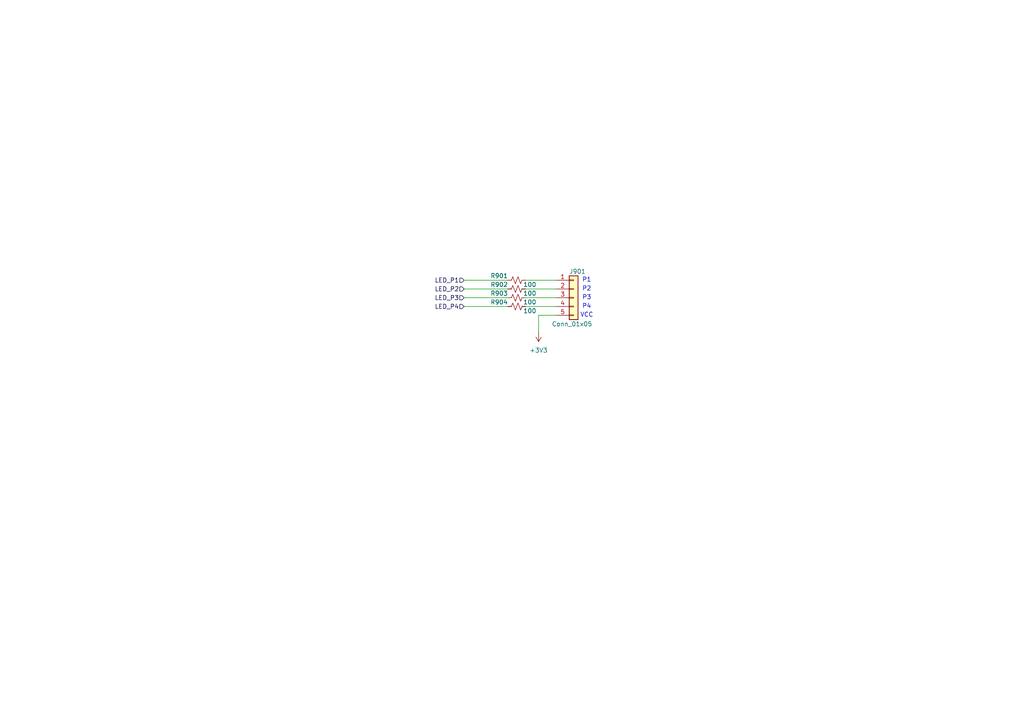
<source format=kicad_sch>
(kicad_sch (version 20231120) (generator "eeschema") (generator_version "8.0")
  (paper "A4")
  (title_block (title "Project Antares - Transmitter Schematic") (date "2024-08-23") (rev "1.0.0") (company "Ourobors Embedded Development") (comment 1 "Pablo Jean Rozario"))
  (lib_symbols
    (symbol "Connector_Generic:Conn_01x05" (pin_names (offset 1.016) hide)
      (property "Reference" "J" (at 0 7.62 0))
      (property "Value" "Conn_01x05" (at 0 -7.62 0))
      (symbol "Conn_01x05_1_1"
        (rectangle (start -1.27 -4.953) (end 0 -5.207) (stroke (width 0.1524)))
        (rectangle (start -1.27 -2.413) (end 0 -2.667) (stroke (width 0.1524)))
        (rectangle (start -1.27 0.127) (end 0 -0.127) (stroke (width 0.1524)))
        (rectangle (start -1.27 2.667) (end 0 2.413) (stroke (width 0.1524)))
        (rectangle (start -1.27 5.207) (end 0 4.953) (stroke (width 0.1524)))
        (rectangle (start -1.27 6.35) (end 1.27 -6.35) (stroke (width 0.254)) (fill (type background)))
        (pin passive line (at -5.08 5.08 0) (length 3.81) (name "Pin_1") (number "1"))
        (pin passive line (at -5.08 2.54 0) (length 3.81) (name "Pin_2") (number "2"))
        (pin passive line (at -5.08 0 0) (length 3.81) (name "Pin_3") (number "3"))
        (pin passive line (at -5.08 -2.54 0) (length 3.81) (name "Pin_4") (number "4"))
        (pin passive line (at -5.08 -5.08 0) (length 3.81) (name "Pin_5") (number "5"))
      )
    )
    (symbol "Device:R_Small_US" (pin_numbers hide) (pin_names (offset 0.254) hide)
      (property "Reference" "R" (at 0.762 0.508 0))
      (property "Value" "R_Small_US" (at 0.762 -1.016 0))
      (symbol "R_Small_US_1_1"
        (polyline (pts (xy 0 0) (xy 1.016 -0.381) (xy 0 -0.762) (xy -1.016 -1.143) (xy 0 -1.524)))
        (polyline (pts (xy 0 1.524) (xy 1.016 1.143) (xy 0 0.762) (xy -1.016 0.381) (xy 0 0)))
        (pin passive line (at 0 2.54 270) (length 1.016) (name "~") (number "1"))
        (pin passive line (at 0 -2.54 90) (length 1.016) (name "~") (number "2"))
      )
    )
    (symbol "power:+3V3" (power) (pin_numbers hide) (pin_names (offset 0) hide)
      (property "Value" "+3V3" (at 0 3.556 0))
      (symbol "+3V3_0_1"
        (polyline (pts (xy -0.762 1.27) (xy 0 2.54)))
        (polyline (pts (xy 0 0) (xy 0 2.54)))
        (polyline (pts (xy 0 2.54) (xy 0.762 1.27)))
      )
      (symbol "+3V3_1_1"
        (pin power_in line (at 0 0 90) (length 0) (name "~") (number "1"))
      )
    )
  )
  (wire (pts (xy 152.4 83.82) (xy 161.29 83.82)))
  (wire (pts (xy 134.62 88.9) (xy 147.32 88.9)))
  (wire (pts (xy 134.62 86.36) (xy 147.32 86.36)))
  (wire (pts (xy 152.4 88.9) (xy 161.29 88.9)))
  (wire (pts (xy 152.4 81.28) (xy 161.29 81.28)))
  (wire (pts (xy 134.62 81.28) (xy 147.32 81.28)))
  (wire (pts (xy 161.29 91.44) (xy 156.21 91.44)))
  (wire (pts (xy 152.4 86.36) (xy 161.29 86.36)))
  (wire (pts (xy 156.21 91.44) (xy 156.21 96.52)))
  (wire (pts (xy 134.62 83.82) (xy 147.32 83.82)))
  (text "P3" (at 170.18 86.36 0) (effects (font (size 1.27 1.27))))
  (text "P2" (at 170.18 83.82 0) (effects (font (size 1.27 1.27))))
  (text "P4" (at 170.18 88.9 0) (effects (font (size 1.27 1.27))))
  (text "P1" (at 170.18 81.28 0) (effects (font (size 1.27 1.27))))
  (text "VCC" (at 170.18 91.44 0) (effects (font (size 1.27 1.27))))
  (hierarchical_label "LED_P3" (shape input) (at 134.62 86.36 180))
  (hierarchical_label "LED_P4" (shape input) (at 134.62 88.9 180))
  (hierarchical_label "LED_P1" (shape input) (at 134.62 81.28 180))
  (hierarchical_label "LED_P2" (shape input) (at 134.62 83.82 180))
  (symbol (lib_id "Connector_Generic:Conn_01x05") (at 166.37 86.36 0) (unit 1)
    (property "Reference" "J901" (at 165.1 78.74 0) (effects (justify left)))
    (property "Value" "Conn_01x05" (at 160.02 93.98 0) (effects (justify left)))
    (property "Footprint" "Connector_JST:JST_XA_S05B-XASK-1_1x05_P2.50mm_Horizontal" (effects (hide yes)))
    (property "Description" "Generic connector, single row, 01x05, script generated (kicad-library-utils/schlib/autogen/connector/)" (effects (hide yes)))
    (property "LCSC" "C2845508" (effects (hide yes)))
    (property "PN" "HC-XHB-5AW" (effects (hide yes)))
  )
  (symbol (lib_id "Device:R_Small_US") (at 149.86 88.9 90) (unit 1)
    (property "Reference" "R904" (at 144.78 87.63 90))
    (property "Value" "100" (at 153.67 90.17 90))
    (property "Footprint" "Resistor_SMD:R_0603_1608Metric" (effects (hide yes)))
    (property "Description" "Resistor, small US symbol" (effects (hide yes)))
    (property "LCSC" "C22775" (effects (hide yes)))
    (property "PN" "0603WAF1000T5E" (effects (hide yes)))
  )
  (symbol (lib_id "Device:R_Small_US") (at 149.86 86.36 90) (unit 1)
    (property "Reference" "R903" (at 144.78 85.09 90))
    (property "Value" "100" (at 153.67 87.63 90))
    (property "Footprint" "Resistor_SMD:R_0603_1608Metric" (effects (hide yes)))
    (property "Description" "Resistor, small US symbol" (effects (hide yes)))
    (property "LCSC" "C22775" (effects (hide yes)))
    (property "PN" "0603WAF1000T5E" (effects (hide yes)))
  )
  (symbol (lib_id "power:+3V3") (at 156.21 96.52 180) (unit 1)
    (property "Reference" "#PWR0901" (effects (hide yes)))
    (property "Value" "+3V3" (at 156.21 101.6 0))
    (property "Description" "Power symbol creates a global label with name \"+3V3\"" (effects (hide yes)))
  )
  (symbol (lib_id "Device:R_Small_US") (at 149.86 81.28 90) (unit 1)
    (property "Reference" "R901" (at 144.78 80.01 90))
    (property "Value" "100" (at 153.67 82.55 90))
    (property "Footprint" "Resistor_SMD:R_0603_1608Metric" (effects (hide yes)))
    (property "Description" "Resistor, small US symbol" (effects (hide yes)))
    (property "LCSC" "C22775" (effects (hide yes)))
    (property "PN" "0603WAF1000T5E" (effects (hide yes)))
  )
  (symbol (lib_id "Device:R_Small_US") (at 149.86 83.82 90) (unit 1)
    (property "Reference" "R902" (at 144.78 82.55 90))
    (property "Value" "100" (at 153.67 85.09 90))
    (property "Footprint" "Resistor_SMD:R_0603_1608Metric" (effects (hide yes)))
    (property "Description" "Resistor, small US symbol" (effects (hide yes)))
    (property "LCSC" "C22775" (effects (hide yes)))
    (property "PN" "0603WAF1000T5E" (effects (hide yes)))
  )
)
</source>
